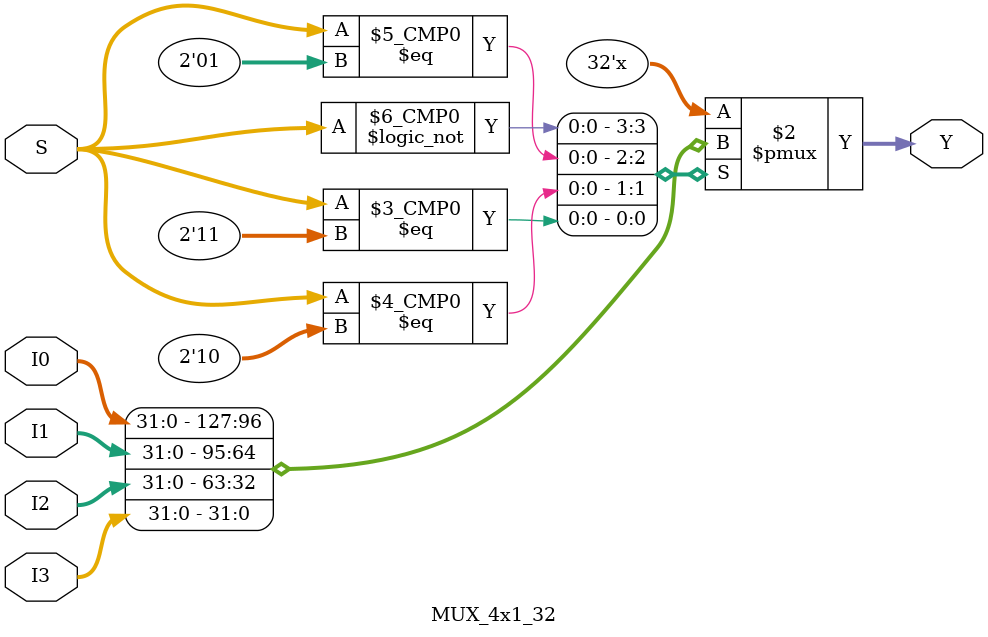
<source format=v>
`timescale 1ns / 1ps

module MUX_4x1_32(
    input [31:0] I0,
    input [31:0] I1,
    input [31:0] I2,
    input [31:0] I3,
    input [1:0] S,
    output reg [31:0] Y
    );
    
    always @(I0, I1, I2, I3, S) begin
        case (S)
            2'b00: Y = I0;
            2'b01: Y = I1;
            2'b10: Y = I2;
            2'b11: Y = I3;
        endcase
    end
endmodule

</source>
